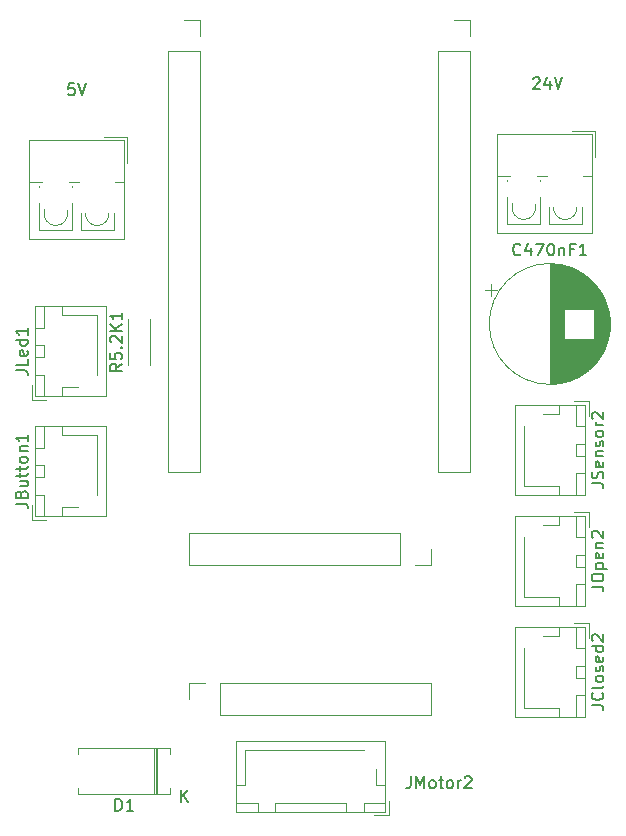
<source format=gto>
%TF.GenerationSoftware,KiCad,Pcbnew,(5.1.10-1-10_14)*%
%TF.CreationDate,2021-12-20T14:54:58-05:00*%
%TF.ProjectId,SmartLock,536d6172-744c-46f6-936b-2e6b69636164,rev?*%
%TF.SameCoordinates,Original*%
%TF.FileFunction,Legend,Top*%
%TF.FilePolarity,Positive*%
%FSLAX46Y46*%
G04 Gerber Fmt 4.6, Leading zero omitted, Abs format (unit mm)*
G04 Created by KiCad (PCBNEW (5.1.10-1-10_14)) date 2021-12-20 14:54:58*
%MOMM*%
%LPD*%
G01*
G04 APERTURE LIST*
%ADD10C,0.120000*%
%ADD11C,0.150000*%
%ADD12O,2.400000X2.400000*%
%ADD13R,2.400000X2.400000*%
%ADD14C,2.000000*%
%ADD15R,2.000000X2.000000*%
%ADD16C,1.200000*%
%ADD17O,2.000000X1.700000*%
%ADD18O,1.700000X1.950000*%
%ADD19O,1.700000X1.700000*%
%ADD20R,1.700000X1.700000*%
%ADD21O,1.400000X1.400000*%
%ADD22C,1.400000*%
%ADD23C,2.600000*%
%ADD24R,2.600000X2.600000*%
G04 APERTURE END LIST*
D10*
X111870000Y-119296000D02*
X111870000Y-119776000D01*
X111870000Y-119776000D02*
X104030000Y-119776000D01*
X104030000Y-119776000D02*
X104030000Y-119296000D01*
X111870000Y-116416000D02*
X111870000Y-115936000D01*
X111870000Y-115936000D02*
X104030000Y-115936000D01*
X104030000Y-115936000D02*
X104030000Y-116416000D01*
X110610000Y-119776000D02*
X110610000Y-115936000D01*
X110490000Y-119776000D02*
X110490000Y-115936000D01*
X110730000Y-119776000D02*
X110730000Y-115936000D01*
X149098000Y-80010000D02*
G75*
G03*
X149098000Y-80010000I-5120000J0D01*
G01*
X143978000Y-74930000D02*
X143978000Y-85090000D01*
X144018000Y-74930000D02*
X144018000Y-85090000D01*
X144058000Y-74930000D02*
X144058000Y-85090000D01*
X144098000Y-74931000D02*
X144098000Y-85089000D01*
X144138000Y-74932000D02*
X144138000Y-85088000D01*
X144178000Y-74933000D02*
X144178000Y-85087000D01*
X144218000Y-74935000D02*
X144218000Y-85085000D01*
X144258000Y-74937000D02*
X144258000Y-85083000D01*
X144298000Y-74940000D02*
X144298000Y-85080000D01*
X144338000Y-74942000D02*
X144338000Y-85078000D01*
X144378000Y-74945000D02*
X144378000Y-85075000D01*
X144418000Y-74948000D02*
X144418000Y-85072000D01*
X144458000Y-74952000D02*
X144458000Y-85068000D01*
X144498000Y-74956000D02*
X144498000Y-85064000D01*
X144538000Y-74960000D02*
X144538000Y-85060000D01*
X144578000Y-74965000D02*
X144578000Y-85055000D01*
X144618000Y-74970000D02*
X144618000Y-85050000D01*
X144658000Y-74975000D02*
X144658000Y-85045000D01*
X144699000Y-74980000D02*
X144699000Y-85040000D01*
X144739000Y-74986000D02*
X144739000Y-85034000D01*
X144779000Y-74992000D02*
X144779000Y-85028000D01*
X144819000Y-74999000D02*
X144819000Y-85021000D01*
X144859000Y-75006000D02*
X144859000Y-85014000D01*
X144899000Y-75013000D02*
X144899000Y-85007000D01*
X144939000Y-75020000D02*
X144939000Y-85000000D01*
X144979000Y-75028000D02*
X144979000Y-84992000D01*
X145019000Y-75036000D02*
X145019000Y-84984000D01*
X145059000Y-75045000D02*
X145059000Y-84975000D01*
X145099000Y-75054000D02*
X145099000Y-84966000D01*
X145139000Y-75063000D02*
X145139000Y-84957000D01*
X145179000Y-75072000D02*
X145179000Y-84948000D01*
X145219000Y-75082000D02*
X145219000Y-84938000D01*
X145259000Y-75092000D02*
X145259000Y-78769000D01*
X145259000Y-81251000D02*
X145259000Y-84928000D01*
X145299000Y-75103000D02*
X145299000Y-78769000D01*
X145299000Y-81251000D02*
X145299000Y-84917000D01*
X145339000Y-75113000D02*
X145339000Y-78769000D01*
X145339000Y-81251000D02*
X145339000Y-84907000D01*
X145379000Y-75125000D02*
X145379000Y-78769000D01*
X145379000Y-81251000D02*
X145379000Y-84895000D01*
X145419000Y-75136000D02*
X145419000Y-78769000D01*
X145419000Y-81251000D02*
X145419000Y-84884000D01*
X145459000Y-75148000D02*
X145459000Y-78769000D01*
X145459000Y-81251000D02*
X145459000Y-84872000D01*
X145499000Y-75160000D02*
X145499000Y-78769000D01*
X145499000Y-81251000D02*
X145499000Y-84860000D01*
X145539000Y-75173000D02*
X145539000Y-78769000D01*
X145539000Y-81251000D02*
X145539000Y-84847000D01*
X145579000Y-75186000D02*
X145579000Y-78769000D01*
X145579000Y-81251000D02*
X145579000Y-84834000D01*
X145619000Y-75199000D02*
X145619000Y-78769000D01*
X145619000Y-81251000D02*
X145619000Y-84821000D01*
X145659000Y-75213000D02*
X145659000Y-78769000D01*
X145659000Y-81251000D02*
X145659000Y-84807000D01*
X145699000Y-75227000D02*
X145699000Y-78769000D01*
X145699000Y-81251000D02*
X145699000Y-84793000D01*
X145739000Y-75242000D02*
X145739000Y-78769000D01*
X145739000Y-81251000D02*
X145739000Y-84778000D01*
X145779000Y-75256000D02*
X145779000Y-78769000D01*
X145779000Y-81251000D02*
X145779000Y-84764000D01*
X145819000Y-75272000D02*
X145819000Y-78769000D01*
X145819000Y-81251000D02*
X145819000Y-84748000D01*
X145859000Y-75287000D02*
X145859000Y-78769000D01*
X145859000Y-81251000D02*
X145859000Y-84733000D01*
X145899000Y-75303000D02*
X145899000Y-78769000D01*
X145899000Y-81251000D02*
X145899000Y-84717000D01*
X145939000Y-75320000D02*
X145939000Y-78769000D01*
X145939000Y-81251000D02*
X145939000Y-84700000D01*
X145979000Y-75336000D02*
X145979000Y-78769000D01*
X145979000Y-81251000D02*
X145979000Y-84684000D01*
X146019000Y-75353000D02*
X146019000Y-78769000D01*
X146019000Y-81251000D02*
X146019000Y-84667000D01*
X146059000Y-75371000D02*
X146059000Y-78769000D01*
X146059000Y-81251000D02*
X146059000Y-84649000D01*
X146099000Y-75389000D02*
X146099000Y-78769000D01*
X146099000Y-81251000D02*
X146099000Y-84631000D01*
X146139000Y-75407000D02*
X146139000Y-78769000D01*
X146139000Y-81251000D02*
X146139000Y-84613000D01*
X146179000Y-75426000D02*
X146179000Y-78769000D01*
X146179000Y-81251000D02*
X146179000Y-84594000D01*
X146219000Y-75446000D02*
X146219000Y-78769000D01*
X146219000Y-81251000D02*
X146219000Y-84574000D01*
X146259000Y-75465000D02*
X146259000Y-78769000D01*
X146259000Y-81251000D02*
X146259000Y-84555000D01*
X146299000Y-75485000D02*
X146299000Y-78769000D01*
X146299000Y-81251000D02*
X146299000Y-84535000D01*
X146339000Y-75506000D02*
X146339000Y-78769000D01*
X146339000Y-81251000D02*
X146339000Y-84514000D01*
X146379000Y-75527000D02*
X146379000Y-78769000D01*
X146379000Y-81251000D02*
X146379000Y-84493000D01*
X146419000Y-75548000D02*
X146419000Y-78769000D01*
X146419000Y-81251000D02*
X146419000Y-84472000D01*
X146459000Y-75570000D02*
X146459000Y-78769000D01*
X146459000Y-81251000D02*
X146459000Y-84450000D01*
X146499000Y-75593000D02*
X146499000Y-78769000D01*
X146499000Y-81251000D02*
X146499000Y-84427000D01*
X146539000Y-75615000D02*
X146539000Y-78769000D01*
X146539000Y-81251000D02*
X146539000Y-84405000D01*
X146579000Y-75639000D02*
X146579000Y-78769000D01*
X146579000Y-81251000D02*
X146579000Y-84381000D01*
X146619000Y-75663000D02*
X146619000Y-78769000D01*
X146619000Y-81251000D02*
X146619000Y-84357000D01*
X146659000Y-75687000D02*
X146659000Y-78769000D01*
X146659000Y-81251000D02*
X146659000Y-84333000D01*
X146699000Y-75712000D02*
X146699000Y-78769000D01*
X146699000Y-81251000D02*
X146699000Y-84308000D01*
X146739000Y-75737000D02*
X146739000Y-78769000D01*
X146739000Y-81251000D02*
X146739000Y-84283000D01*
X146779000Y-75763000D02*
X146779000Y-78769000D01*
X146779000Y-81251000D02*
X146779000Y-84257000D01*
X146819000Y-75789000D02*
X146819000Y-78769000D01*
X146819000Y-81251000D02*
X146819000Y-84231000D01*
X146859000Y-75816000D02*
X146859000Y-78769000D01*
X146859000Y-81251000D02*
X146859000Y-84204000D01*
X146899000Y-75844000D02*
X146899000Y-78769000D01*
X146899000Y-81251000D02*
X146899000Y-84176000D01*
X146939000Y-75872000D02*
X146939000Y-78769000D01*
X146939000Y-81251000D02*
X146939000Y-84148000D01*
X146979000Y-75900000D02*
X146979000Y-78769000D01*
X146979000Y-81251000D02*
X146979000Y-84120000D01*
X147019000Y-75930000D02*
X147019000Y-78769000D01*
X147019000Y-81251000D02*
X147019000Y-84090000D01*
X147059000Y-75960000D02*
X147059000Y-78769000D01*
X147059000Y-81251000D02*
X147059000Y-84060000D01*
X147099000Y-75990000D02*
X147099000Y-78769000D01*
X147099000Y-81251000D02*
X147099000Y-84030000D01*
X147139000Y-76021000D02*
X147139000Y-78769000D01*
X147139000Y-81251000D02*
X147139000Y-83999000D01*
X147179000Y-76053000D02*
X147179000Y-78769000D01*
X147179000Y-81251000D02*
X147179000Y-83967000D01*
X147219000Y-76085000D02*
X147219000Y-78769000D01*
X147219000Y-81251000D02*
X147219000Y-83935000D01*
X147259000Y-76118000D02*
X147259000Y-78769000D01*
X147259000Y-81251000D02*
X147259000Y-83902000D01*
X147299000Y-76152000D02*
X147299000Y-78769000D01*
X147299000Y-81251000D02*
X147299000Y-83868000D01*
X147339000Y-76186000D02*
X147339000Y-78769000D01*
X147339000Y-81251000D02*
X147339000Y-83834000D01*
X147379000Y-76221000D02*
X147379000Y-78769000D01*
X147379000Y-81251000D02*
X147379000Y-83799000D01*
X147419000Y-76257000D02*
X147419000Y-78769000D01*
X147419000Y-81251000D02*
X147419000Y-83763000D01*
X147459000Y-76294000D02*
X147459000Y-78769000D01*
X147459000Y-81251000D02*
X147459000Y-83726000D01*
X147499000Y-76331000D02*
X147499000Y-78769000D01*
X147499000Y-81251000D02*
X147499000Y-83689000D01*
X147539000Y-76370000D02*
X147539000Y-78769000D01*
X147539000Y-81251000D02*
X147539000Y-83650000D01*
X147579000Y-76409000D02*
X147579000Y-78769000D01*
X147579000Y-81251000D02*
X147579000Y-83611000D01*
X147619000Y-76449000D02*
X147619000Y-78769000D01*
X147619000Y-81251000D02*
X147619000Y-83571000D01*
X147659000Y-76490000D02*
X147659000Y-78769000D01*
X147659000Y-81251000D02*
X147659000Y-83530000D01*
X147699000Y-76532000D02*
X147699000Y-78769000D01*
X147699000Y-81251000D02*
X147699000Y-83488000D01*
X147739000Y-76574000D02*
X147739000Y-83446000D01*
X147779000Y-76618000D02*
X147779000Y-83402000D01*
X147819000Y-76663000D02*
X147819000Y-83357000D01*
X147859000Y-76709000D02*
X147859000Y-83311000D01*
X147899000Y-76756000D02*
X147899000Y-83264000D01*
X147939000Y-76804000D02*
X147939000Y-83216000D01*
X147979000Y-76854000D02*
X147979000Y-83166000D01*
X148019000Y-76904000D02*
X148019000Y-83116000D01*
X148059000Y-76956000D02*
X148059000Y-83064000D01*
X148099000Y-77010000D02*
X148099000Y-83010000D01*
X148139000Y-77065000D02*
X148139000Y-82955000D01*
X148179000Y-77121000D02*
X148179000Y-82899000D01*
X148219000Y-77180000D02*
X148219000Y-82840000D01*
X148259000Y-77240000D02*
X148259000Y-82780000D01*
X148299000Y-77301000D02*
X148299000Y-82719000D01*
X148339000Y-77365000D02*
X148339000Y-82655000D01*
X148379000Y-77431000D02*
X148379000Y-82589000D01*
X148419000Y-77500000D02*
X148419000Y-82520000D01*
X148459000Y-77571000D02*
X148459000Y-82449000D01*
X148499000Y-77645000D02*
X148499000Y-82375000D01*
X148539000Y-77721000D02*
X148539000Y-82299000D01*
X148579000Y-77801000D02*
X148579000Y-82219000D01*
X148619000Y-77885000D02*
X148619000Y-82135000D01*
X148659000Y-77973000D02*
X148659000Y-82047000D01*
X148699000Y-78066000D02*
X148699000Y-81954000D01*
X148739000Y-78164000D02*
X148739000Y-81856000D01*
X148779000Y-78268000D02*
X148779000Y-81752000D01*
X148819000Y-78380000D02*
X148819000Y-81640000D01*
X148859000Y-78500000D02*
X148859000Y-81520000D01*
X148899000Y-78632000D02*
X148899000Y-81388000D01*
X148939000Y-78780000D02*
X148939000Y-81240000D01*
X148979000Y-78948000D02*
X148979000Y-81072000D01*
X149019000Y-79148000D02*
X149019000Y-80872000D01*
X149059000Y-79411000D02*
X149059000Y-80609000D01*
X138498354Y-77135000D02*
X139498354Y-77135000D01*
X138998354Y-76635000D02*
X138998354Y-77635000D01*
X146986000Y-86848000D02*
X141016000Y-86848000D01*
X141016000Y-86848000D02*
X141016000Y-94468000D01*
X141016000Y-94468000D02*
X146986000Y-94468000D01*
X146986000Y-94468000D02*
X146986000Y-86848000D01*
X146976000Y-90158000D02*
X146226000Y-90158000D01*
X146226000Y-90158000D02*
X146226000Y-91158000D01*
X146226000Y-91158000D02*
X146976000Y-91158000D01*
X146976000Y-91158000D02*
X146976000Y-90158000D01*
X146976000Y-86858000D02*
X146226000Y-86858000D01*
X146226000Y-86858000D02*
X146226000Y-88658000D01*
X146226000Y-88658000D02*
X146976000Y-88658000D01*
X146976000Y-88658000D02*
X146976000Y-86858000D01*
X146976000Y-92658000D02*
X146226000Y-92658000D01*
X146226000Y-92658000D02*
X146226000Y-94458000D01*
X146226000Y-94458000D02*
X146976000Y-94458000D01*
X146976000Y-94458000D02*
X146976000Y-92658000D01*
X144726000Y-86858000D02*
X144726000Y-87608000D01*
X144726000Y-87608000D02*
X143386000Y-87608000D01*
X141776000Y-90658000D02*
X141776000Y-88668000D01*
X144726000Y-94458000D02*
X144726000Y-93708000D01*
X144726000Y-93708000D02*
X141776000Y-93708000D01*
X141776000Y-93708000D02*
X141776000Y-90658000D01*
X147276000Y-87808000D02*
X147276000Y-86558000D01*
X147276000Y-86558000D02*
X146026000Y-86558000D01*
X146986000Y-96246000D02*
X141016000Y-96246000D01*
X141016000Y-96246000D02*
X141016000Y-103866000D01*
X141016000Y-103866000D02*
X146986000Y-103866000D01*
X146986000Y-103866000D02*
X146986000Y-96246000D01*
X146976000Y-99556000D02*
X146226000Y-99556000D01*
X146226000Y-99556000D02*
X146226000Y-100556000D01*
X146226000Y-100556000D02*
X146976000Y-100556000D01*
X146976000Y-100556000D02*
X146976000Y-99556000D01*
X146976000Y-96256000D02*
X146226000Y-96256000D01*
X146226000Y-96256000D02*
X146226000Y-98056000D01*
X146226000Y-98056000D02*
X146976000Y-98056000D01*
X146976000Y-98056000D02*
X146976000Y-96256000D01*
X146976000Y-102056000D02*
X146226000Y-102056000D01*
X146226000Y-102056000D02*
X146226000Y-103856000D01*
X146226000Y-103856000D02*
X146976000Y-103856000D01*
X146976000Y-103856000D02*
X146976000Y-102056000D01*
X144726000Y-96256000D02*
X144726000Y-97006000D01*
X144726000Y-97006000D02*
X143386000Y-97006000D01*
X141776000Y-100056000D02*
X141776000Y-98066000D01*
X144726000Y-103856000D02*
X144726000Y-103106000D01*
X144726000Y-103106000D02*
X141776000Y-103106000D01*
X141776000Y-103106000D02*
X141776000Y-100056000D01*
X147276000Y-97206000D02*
X147276000Y-95956000D01*
X147276000Y-95956000D02*
X146026000Y-95956000D01*
X130068000Y-121332000D02*
X130068000Y-115362000D01*
X130068000Y-115362000D02*
X117448000Y-115362000D01*
X117448000Y-115362000D02*
X117448000Y-121332000D01*
X117448000Y-121332000D02*
X130068000Y-121332000D01*
X126758000Y-121322000D02*
X126758000Y-120572000D01*
X126758000Y-120572000D02*
X120758000Y-120572000D01*
X120758000Y-120572000D02*
X120758000Y-121322000D01*
X120758000Y-121322000D02*
X126758000Y-121322000D01*
X130058000Y-121322000D02*
X130058000Y-120572000D01*
X130058000Y-120572000D02*
X128258000Y-120572000D01*
X128258000Y-120572000D02*
X128258000Y-121322000D01*
X128258000Y-121322000D02*
X130058000Y-121322000D01*
X119258000Y-121322000D02*
X119258000Y-120572000D01*
X119258000Y-120572000D02*
X117458000Y-120572000D01*
X117458000Y-120572000D02*
X117458000Y-121322000D01*
X117458000Y-121322000D02*
X119258000Y-121322000D01*
X130058000Y-119072000D02*
X129308000Y-119072000D01*
X129308000Y-119072000D02*
X129308000Y-117732000D01*
X123758000Y-116122000D02*
X128248000Y-116122000D01*
X117458000Y-119072000D02*
X118208000Y-119072000D01*
X118208000Y-119072000D02*
X118208000Y-116122000D01*
X118208000Y-116122000D02*
X123758000Y-116122000D01*
X129108000Y-121622000D02*
X130358000Y-121622000D01*
X130358000Y-121622000D02*
X130358000Y-120372000D01*
X146986000Y-105644000D02*
X141016000Y-105644000D01*
X141016000Y-105644000D02*
X141016000Y-113264000D01*
X141016000Y-113264000D02*
X146986000Y-113264000D01*
X146986000Y-113264000D02*
X146986000Y-105644000D01*
X146976000Y-108954000D02*
X146226000Y-108954000D01*
X146226000Y-108954000D02*
X146226000Y-109954000D01*
X146226000Y-109954000D02*
X146976000Y-109954000D01*
X146976000Y-109954000D02*
X146976000Y-108954000D01*
X146976000Y-105654000D02*
X146226000Y-105654000D01*
X146226000Y-105654000D02*
X146226000Y-107454000D01*
X146226000Y-107454000D02*
X146976000Y-107454000D01*
X146976000Y-107454000D02*
X146976000Y-105654000D01*
X146976000Y-111454000D02*
X146226000Y-111454000D01*
X146226000Y-111454000D02*
X146226000Y-113254000D01*
X146226000Y-113254000D02*
X146976000Y-113254000D01*
X146976000Y-113254000D02*
X146976000Y-111454000D01*
X144726000Y-105654000D02*
X144726000Y-106404000D01*
X144726000Y-106404000D02*
X143386000Y-106404000D01*
X141776000Y-109454000D02*
X141776000Y-107464000D01*
X144726000Y-113254000D02*
X144726000Y-112504000D01*
X144726000Y-112504000D02*
X141776000Y-112504000D01*
X141776000Y-112504000D02*
X141776000Y-109454000D01*
X147276000Y-106604000D02*
X147276000Y-105354000D01*
X147276000Y-105354000D02*
X146026000Y-105354000D01*
X116078000Y-113090000D02*
X116078000Y-110430000D01*
X116078000Y-113090000D02*
X133918000Y-113090000D01*
X133918000Y-113090000D02*
X133918000Y-110430000D01*
X116078000Y-110430000D02*
X133918000Y-110430000D01*
X113478000Y-110430000D02*
X114808000Y-110430000D01*
X113478000Y-111760000D02*
X113478000Y-110430000D01*
X131318000Y-97730000D02*
X131318000Y-100390000D01*
X131318000Y-97730000D02*
X113478000Y-97730000D01*
X113478000Y-97730000D02*
X113478000Y-100390000D01*
X131318000Y-100390000D02*
X113478000Y-100390000D01*
X133918000Y-100390000D02*
X132588000Y-100390000D01*
X133918000Y-99060000D02*
X133918000Y-100390000D01*
X111700000Y-56896000D02*
X114360000Y-56896000D01*
X111700000Y-56896000D02*
X111700000Y-92516000D01*
X111700000Y-92516000D02*
X114360000Y-92516000D01*
X114360000Y-56896000D02*
X114360000Y-92516000D01*
X114360000Y-54296000D02*
X114360000Y-55626000D01*
X113030000Y-54296000D02*
X114360000Y-54296000D01*
X134560000Y-56896000D02*
X137220000Y-56896000D01*
X134560000Y-56896000D02*
X134560000Y-92516000D01*
X134560000Y-92516000D02*
X137220000Y-92516000D01*
X137220000Y-56896000D02*
X137220000Y-92516000D01*
X137220000Y-54296000D02*
X137220000Y-55626000D01*
X135890000Y-54296000D02*
X137220000Y-54296000D01*
X108300000Y-83454000D02*
X108300000Y-79614000D01*
X110140000Y-83454000D02*
X110140000Y-79614000D01*
X100410000Y-96286000D02*
X106380000Y-96286000D01*
X106380000Y-96286000D02*
X106380000Y-88666000D01*
X106380000Y-88666000D02*
X100410000Y-88666000D01*
X100410000Y-88666000D02*
X100410000Y-96286000D01*
X100420000Y-92976000D02*
X101170000Y-92976000D01*
X101170000Y-92976000D02*
X101170000Y-91976000D01*
X101170000Y-91976000D02*
X100420000Y-91976000D01*
X100420000Y-91976000D02*
X100420000Y-92976000D01*
X100420000Y-96276000D02*
X101170000Y-96276000D01*
X101170000Y-96276000D02*
X101170000Y-94476000D01*
X101170000Y-94476000D02*
X100420000Y-94476000D01*
X100420000Y-94476000D02*
X100420000Y-96276000D01*
X100420000Y-90476000D02*
X101170000Y-90476000D01*
X101170000Y-90476000D02*
X101170000Y-88676000D01*
X101170000Y-88676000D02*
X100420000Y-88676000D01*
X100420000Y-88676000D02*
X100420000Y-90476000D01*
X102670000Y-96276000D02*
X102670000Y-95526000D01*
X102670000Y-95526000D02*
X104010000Y-95526000D01*
X105620000Y-92476000D02*
X105620000Y-94466000D01*
X102670000Y-88676000D02*
X102670000Y-89426000D01*
X102670000Y-89426000D02*
X105620000Y-89426000D01*
X105620000Y-89426000D02*
X105620000Y-92476000D01*
X100120000Y-95326000D02*
X100120000Y-96576000D01*
X100120000Y-96576000D02*
X101370000Y-96576000D01*
X147598000Y-67479000D02*
X146828000Y-67479000D01*
X143748000Y-67479000D02*
X142921000Y-67479000D01*
X140654000Y-67479000D02*
X139478000Y-67479000D01*
X147598000Y-72340000D02*
X139478000Y-72340000D01*
X147598000Y-63920000D02*
X139478000Y-63920000D01*
X147598000Y-72340000D02*
X147598000Y-63920000D01*
X139478000Y-72340000D02*
X139478000Y-63920000D01*
X146688000Y-71580000D02*
X143888000Y-71580000D01*
X146688000Y-71580000D02*
X146688000Y-70120000D01*
X143888000Y-71580000D02*
X143888000Y-70120000D01*
X143188000Y-71580000D02*
X140388000Y-71580000D01*
X143188000Y-67830000D02*
X143187000Y-67830000D01*
X140388000Y-67830000D02*
X140388000Y-67830000D01*
X143188000Y-71580000D02*
X143188000Y-69269000D01*
X143188000Y-67891000D02*
X143188000Y-67830000D01*
X140388000Y-71580000D02*
X140388000Y-69269000D01*
X140388000Y-67891000D02*
X140388000Y-67830000D01*
X147838000Y-65920000D02*
X147838000Y-63680000D01*
X147838000Y-63680000D02*
X145838000Y-63680000D01*
X142727915Y-69837767D02*
G75*
G02*
X140848000Y-69838000I-939915J-342233D01*
G01*
X146285890Y-70109434D02*
G75*
G02*
X144290000Y-70111000I-997890J-70566D01*
G01*
X100410000Y-86126000D02*
X106380000Y-86126000D01*
X106380000Y-86126000D02*
X106380000Y-78506000D01*
X106380000Y-78506000D02*
X100410000Y-78506000D01*
X100410000Y-78506000D02*
X100410000Y-86126000D01*
X100420000Y-82816000D02*
X101170000Y-82816000D01*
X101170000Y-82816000D02*
X101170000Y-81816000D01*
X101170000Y-81816000D02*
X100420000Y-81816000D01*
X100420000Y-81816000D02*
X100420000Y-82816000D01*
X100420000Y-86116000D02*
X101170000Y-86116000D01*
X101170000Y-86116000D02*
X101170000Y-84316000D01*
X101170000Y-84316000D02*
X100420000Y-84316000D01*
X100420000Y-84316000D02*
X100420000Y-86116000D01*
X100420000Y-80316000D02*
X101170000Y-80316000D01*
X101170000Y-80316000D02*
X101170000Y-78516000D01*
X101170000Y-78516000D02*
X100420000Y-78516000D01*
X100420000Y-78516000D02*
X100420000Y-80316000D01*
X102670000Y-86116000D02*
X102670000Y-85366000D01*
X102670000Y-85366000D02*
X104010000Y-85366000D01*
X105620000Y-82316000D02*
X105620000Y-84306000D01*
X102670000Y-78516000D02*
X102670000Y-79266000D01*
X102670000Y-79266000D02*
X105620000Y-79266000D01*
X105620000Y-79266000D02*
X105620000Y-82316000D01*
X100120000Y-85166000D02*
X100120000Y-86416000D01*
X100120000Y-86416000D02*
X101370000Y-86416000D01*
X108214000Y-64188000D02*
X106214000Y-64188000D01*
X108214000Y-66428000D02*
X108214000Y-64188000D01*
X100764000Y-68399000D02*
X100764000Y-68338000D01*
X100764000Y-72088000D02*
X100764000Y-69777000D01*
X103564000Y-68399000D02*
X103564000Y-68338000D01*
X103564000Y-72088000D02*
X103564000Y-69777000D01*
X100764000Y-68338000D02*
X100764000Y-68338000D01*
X103564000Y-68338000D02*
X103563000Y-68338000D01*
X103564000Y-72088000D02*
X100764000Y-72088000D01*
X104264000Y-72088000D02*
X104264000Y-70628000D01*
X107064000Y-72088000D02*
X107064000Y-70628000D01*
X107064000Y-72088000D02*
X104264000Y-72088000D01*
X99854000Y-72848000D02*
X99854000Y-64428000D01*
X107974000Y-72848000D02*
X107974000Y-64428000D01*
X107974000Y-64428000D02*
X99854000Y-64428000D01*
X107974000Y-72848000D02*
X99854000Y-72848000D01*
X101030000Y-67987000D02*
X99854000Y-67987000D01*
X104124000Y-67987000D02*
X103297000Y-67987000D01*
X107974000Y-67987000D02*
X107204000Y-67987000D01*
X103103915Y-70345767D02*
G75*
G02*
X101224000Y-70346000I-939915J-342233D01*
G01*
X106661890Y-70617434D02*
G75*
G02*
X104666000Y-70619000I-997890J-70566D01*
G01*
D11*
X107211904Y-121228380D02*
X107211904Y-120228380D01*
X107450000Y-120228380D01*
X107592857Y-120276000D01*
X107688095Y-120371238D01*
X107735714Y-120466476D01*
X107783333Y-120656952D01*
X107783333Y-120799809D01*
X107735714Y-120990285D01*
X107688095Y-121085523D01*
X107592857Y-121180761D01*
X107450000Y-121228380D01*
X107211904Y-121228380D01*
X108735714Y-121228380D02*
X108164285Y-121228380D01*
X108450000Y-121228380D02*
X108450000Y-120228380D01*
X108354761Y-120371238D01*
X108259523Y-120466476D01*
X108164285Y-120514095D01*
X112768095Y-120508380D02*
X112768095Y-119508380D01*
X113339523Y-120508380D02*
X112910952Y-119936952D01*
X113339523Y-119508380D02*
X112768095Y-120079809D01*
X141501809Y-74117142D02*
X141454190Y-74164761D01*
X141311333Y-74212380D01*
X141216095Y-74212380D01*
X141073238Y-74164761D01*
X140978000Y-74069523D01*
X140930380Y-73974285D01*
X140882761Y-73783809D01*
X140882761Y-73640952D01*
X140930380Y-73450476D01*
X140978000Y-73355238D01*
X141073238Y-73260000D01*
X141216095Y-73212380D01*
X141311333Y-73212380D01*
X141454190Y-73260000D01*
X141501809Y-73307619D01*
X142358952Y-73545714D02*
X142358952Y-74212380D01*
X142120857Y-73164761D02*
X141882761Y-73879047D01*
X142501809Y-73879047D01*
X142787523Y-73212380D02*
X143454190Y-73212380D01*
X143025619Y-74212380D01*
X144025619Y-73212380D02*
X144120857Y-73212380D01*
X144216095Y-73260000D01*
X144263714Y-73307619D01*
X144311333Y-73402857D01*
X144358952Y-73593333D01*
X144358952Y-73831428D01*
X144311333Y-74021904D01*
X144263714Y-74117142D01*
X144216095Y-74164761D01*
X144120857Y-74212380D01*
X144025619Y-74212380D01*
X143930380Y-74164761D01*
X143882761Y-74117142D01*
X143835142Y-74021904D01*
X143787523Y-73831428D01*
X143787523Y-73593333D01*
X143835142Y-73402857D01*
X143882761Y-73307619D01*
X143930380Y-73260000D01*
X144025619Y-73212380D01*
X144787523Y-73545714D02*
X144787523Y-74212380D01*
X144787523Y-73640952D02*
X144835142Y-73593333D01*
X144930380Y-73545714D01*
X145073238Y-73545714D01*
X145168476Y-73593333D01*
X145216095Y-73688571D01*
X145216095Y-74212380D01*
X146025619Y-73688571D02*
X145692285Y-73688571D01*
X145692285Y-74212380D02*
X145692285Y-73212380D01*
X146168476Y-73212380D01*
X147073238Y-74212380D02*
X146501809Y-74212380D01*
X146787523Y-74212380D02*
X146787523Y-73212380D01*
X146692285Y-73355238D01*
X146597047Y-73450476D01*
X146501809Y-73498095D01*
X147528380Y-93515142D02*
X148242666Y-93515142D01*
X148385523Y-93562761D01*
X148480761Y-93658000D01*
X148528380Y-93800857D01*
X148528380Y-93896095D01*
X148480761Y-93086571D02*
X148528380Y-92943714D01*
X148528380Y-92705619D01*
X148480761Y-92610380D01*
X148433142Y-92562761D01*
X148337904Y-92515142D01*
X148242666Y-92515142D01*
X148147428Y-92562761D01*
X148099809Y-92610380D01*
X148052190Y-92705619D01*
X148004571Y-92896095D01*
X147956952Y-92991333D01*
X147909333Y-93038952D01*
X147814095Y-93086571D01*
X147718857Y-93086571D01*
X147623619Y-93038952D01*
X147576000Y-92991333D01*
X147528380Y-92896095D01*
X147528380Y-92658000D01*
X147576000Y-92515142D01*
X148480761Y-91705619D02*
X148528380Y-91800857D01*
X148528380Y-91991333D01*
X148480761Y-92086571D01*
X148385523Y-92134190D01*
X148004571Y-92134190D01*
X147909333Y-92086571D01*
X147861714Y-91991333D01*
X147861714Y-91800857D01*
X147909333Y-91705619D01*
X148004571Y-91658000D01*
X148099809Y-91658000D01*
X148195047Y-92134190D01*
X147861714Y-91229428D02*
X148528380Y-91229428D01*
X147956952Y-91229428D02*
X147909333Y-91181809D01*
X147861714Y-91086571D01*
X147861714Y-90943714D01*
X147909333Y-90848476D01*
X148004571Y-90800857D01*
X148528380Y-90800857D01*
X148480761Y-90372285D02*
X148528380Y-90277047D01*
X148528380Y-90086571D01*
X148480761Y-89991333D01*
X148385523Y-89943714D01*
X148337904Y-89943714D01*
X148242666Y-89991333D01*
X148195047Y-90086571D01*
X148195047Y-90229428D01*
X148147428Y-90324666D01*
X148052190Y-90372285D01*
X148004571Y-90372285D01*
X147909333Y-90324666D01*
X147861714Y-90229428D01*
X147861714Y-90086571D01*
X147909333Y-89991333D01*
X148528380Y-89372285D02*
X148480761Y-89467523D01*
X148433142Y-89515142D01*
X148337904Y-89562761D01*
X148052190Y-89562761D01*
X147956952Y-89515142D01*
X147909333Y-89467523D01*
X147861714Y-89372285D01*
X147861714Y-89229428D01*
X147909333Y-89134190D01*
X147956952Y-89086571D01*
X148052190Y-89038952D01*
X148337904Y-89038952D01*
X148433142Y-89086571D01*
X148480761Y-89134190D01*
X148528380Y-89229428D01*
X148528380Y-89372285D01*
X148528380Y-88610380D02*
X147861714Y-88610380D01*
X148052190Y-88610380D02*
X147956952Y-88562761D01*
X147909333Y-88515142D01*
X147861714Y-88419904D01*
X147861714Y-88324666D01*
X147623619Y-88038952D02*
X147576000Y-87991333D01*
X147528380Y-87896095D01*
X147528380Y-87658000D01*
X147576000Y-87562761D01*
X147623619Y-87515142D01*
X147718857Y-87467523D01*
X147814095Y-87467523D01*
X147956952Y-87515142D01*
X148528380Y-88086571D01*
X148528380Y-87467523D01*
X147528380Y-102246476D02*
X148242666Y-102246476D01*
X148385523Y-102294095D01*
X148480761Y-102389333D01*
X148528380Y-102532190D01*
X148528380Y-102627428D01*
X147528380Y-101579809D02*
X147528380Y-101389333D01*
X147576000Y-101294095D01*
X147671238Y-101198857D01*
X147861714Y-101151238D01*
X148195047Y-101151238D01*
X148385523Y-101198857D01*
X148480761Y-101294095D01*
X148528380Y-101389333D01*
X148528380Y-101579809D01*
X148480761Y-101675047D01*
X148385523Y-101770285D01*
X148195047Y-101817904D01*
X147861714Y-101817904D01*
X147671238Y-101770285D01*
X147576000Y-101675047D01*
X147528380Y-101579809D01*
X147861714Y-100722666D02*
X148861714Y-100722666D01*
X147909333Y-100722666D02*
X147861714Y-100627428D01*
X147861714Y-100436952D01*
X147909333Y-100341714D01*
X147956952Y-100294095D01*
X148052190Y-100246476D01*
X148337904Y-100246476D01*
X148433142Y-100294095D01*
X148480761Y-100341714D01*
X148528380Y-100436952D01*
X148528380Y-100627428D01*
X148480761Y-100722666D01*
X148480761Y-99436952D02*
X148528380Y-99532190D01*
X148528380Y-99722666D01*
X148480761Y-99817904D01*
X148385523Y-99865523D01*
X148004571Y-99865523D01*
X147909333Y-99817904D01*
X147861714Y-99722666D01*
X147861714Y-99532190D01*
X147909333Y-99436952D01*
X148004571Y-99389333D01*
X148099809Y-99389333D01*
X148195047Y-99865523D01*
X147861714Y-98960761D02*
X148528380Y-98960761D01*
X147956952Y-98960761D02*
X147909333Y-98913142D01*
X147861714Y-98817904D01*
X147861714Y-98675047D01*
X147909333Y-98579809D01*
X148004571Y-98532190D01*
X148528380Y-98532190D01*
X147623619Y-98103619D02*
X147576000Y-98056000D01*
X147528380Y-97960761D01*
X147528380Y-97722666D01*
X147576000Y-97627428D01*
X147623619Y-97579809D01*
X147718857Y-97532190D01*
X147814095Y-97532190D01*
X147956952Y-97579809D01*
X148528380Y-98151238D01*
X148528380Y-97532190D01*
X132215238Y-118324380D02*
X132215238Y-119038666D01*
X132167619Y-119181523D01*
X132072380Y-119276761D01*
X131929523Y-119324380D01*
X131834285Y-119324380D01*
X132691428Y-119324380D02*
X132691428Y-118324380D01*
X133024761Y-119038666D01*
X133358095Y-118324380D01*
X133358095Y-119324380D01*
X133977142Y-119324380D02*
X133881904Y-119276761D01*
X133834285Y-119229142D01*
X133786666Y-119133904D01*
X133786666Y-118848190D01*
X133834285Y-118752952D01*
X133881904Y-118705333D01*
X133977142Y-118657714D01*
X134120000Y-118657714D01*
X134215238Y-118705333D01*
X134262857Y-118752952D01*
X134310476Y-118848190D01*
X134310476Y-119133904D01*
X134262857Y-119229142D01*
X134215238Y-119276761D01*
X134120000Y-119324380D01*
X133977142Y-119324380D01*
X134596190Y-118657714D02*
X134977142Y-118657714D01*
X134739047Y-118324380D02*
X134739047Y-119181523D01*
X134786666Y-119276761D01*
X134881904Y-119324380D01*
X134977142Y-119324380D01*
X135453333Y-119324380D02*
X135358095Y-119276761D01*
X135310476Y-119229142D01*
X135262857Y-119133904D01*
X135262857Y-118848190D01*
X135310476Y-118752952D01*
X135358095Y-118705333D01*
X135453333Y-118657714D01*
X135596190Y-118657714D01*
X135691428Y-118705333D01*
X135739047Y-118752952D01*
X135786666Y-118848190D01*
X135786666Y-119133904D01*
X135739047Y-119229142D01*
X135691428Y-119276761D01*
X135596190Y-119324380D01*
X135453333Y-119324380D01*
X136215238Y-119324380D02*
X136215238Y-118657714D01*
X136215238Y-118848190D02*
X136262857Y-118752952D01*
X136310476Y-118705333D01*
X136405714Y-118657714D01*
X136500952Y-118657714D01*
X136786666Y-118419619D02*
X136834285Y-118372000D01*
X136929523Y-118324380D01*
X137167619Y-118324380D01*
X137262857Y-118372000D01*
X137310476Y-118419619D01*
X137358095Y-118514857D01*
X137358095Y-118610095D01*
X137310476Y-118752952D01*
X136739047Y-119324380D01*
X137358095Y-119324380D01*
X147528380Y-112287333D02*
X148242666Y-112287333D01*
X148385523Y-112334952D01*
X148480761Y-112430190D01*
X148528380Y-112573047D01*
X148528380Y-112668285D01*
X148433142Y-111239714D02*
X148480761Y-111287333D01*
X148528380Y-111430190D01*
X148528380Y-111525428D01*
X148480761Y-111668285D01*
X148385523Y-111763523D01*
X148290285Y-111811142D01*
X148099809Y-111858761D01*
X147956952Y-111858761D01*
X147766476Y-111811142D01*
X147671238Y-111763523D01*
X147576000Y-111668285D01*
X147528380Y-111525428D01*
X147528380Y-111430190D01*
X147576000Y-111287333D01*
X147623619Y-111239714D01*
X148528380Y-110668285D02*
X148480761Y-110763523D01*
X148385523Y-110811142D01*
X147528380Y-110811142D01*
X148528380Y-110144476D02*
X148480761Y-110239714D01*
X148433142Y-110287333D01*
X148337904Y-110334952D01*
X148052190Y-110334952D01*
X147956952Y-110287333D01*
X147909333Y-110239714D01*
X147861714Y-110144476D01*
X147861714Y-110001619D01*
X147909333Y-109906380D01*
X147956952Y-109858761D01*
X148052190Y-109811142D01*
X148337904Y-109811142D01*
X148433142Y-109858761D01*
X148480761Y-109906380D01*
X148528380Y-110001619D01*
X148528380Y-110144476D01*
X148480761Y-109430190D02*
X148528380Y-109334952D01*
X148528380Y-109144476D01*
X148480761Y-109049238D01*
X148385523Y-109001619D01*
X148337904Y-109001619D01*
X148242666Y-109049238D01*
X148195047Y-109144476D01*
X148195047Y-109287333D01*
X148147428Y-109382571D01*
X148052190Y-109430190D01*
X148004571Y-109430190D01*
X147909333Y-109382571D01*
X147861714Y-109287333D01*
X147861714Y-109144476D01*
X147909333Y-109049238D01*
X148480761Y-108192095D02*
X148528380Y-108287333D01*
X148528380Y-108477809D01*
X148480761Y-108573047D01*
X148385523Y-108620666D01*
X148004571Y-108620666D01*
X147909333Y-108573047D01*
X147861714Y-108477809D01*
X147861714Y-108287333D01*
X147909333Y-108192095D01*
X148004571Y-108144476D01*
X148099809Y-108144476D01*
X148195047Y-108620666D01*
X148528380Y-107287333D02*
X147528380Y-107287333D01*
X148480761Y-107287333D02*
X148528380Y-107382571D01*
X148528380Y-107573047D01*
X148480761Y-107668285D01*
X148433142Y-107715904D01*
X148337904Y-107763523D01*
X148052190Y-107763523D01*
X147956952Y-107715904D01*
X147909333Y-107668285D01*
X147861714Y-107573047D01*
X147861714Y-107382571D01*
X147909333Y-107287333D01*
X147623619Y-106858761D02*
X147576000Y-106811142D01*
X147528380Y-106715904D01*
X147528380Y-106477809D01*
X147576000Y-106382571D01*
X147623619Y-106334952D01*
X147718857Y-106287333D01*
X147814095Y-106287333D01*
X147956952Y-106334952D01*
X148528380Y-106906380D01*
X148528380Y-106287333D01*
X107752380Y-83391142D02*
X107276190Y-83724476D01*
X107752380Y-83962571D02*
X106752380Y-83962571D01*
X106752380Y-83581619D01*
X106800000Y-83486380D01*
X106847619Y-83438761D01*
X106942857Y-83391142D01*
X107085714Y-83391142D01*
X107180952Y-83438761D01*
X107228571Y-83486380D01*
X107276190Y-83581619D01*
X107276190Y-83962571D01*
X106752380Y-82486380D02*
X106752380Y-82962571D01*
X107228571Y-83010190D01*
X107180952Y-82962571D01*
X107133333Y-82867333D01*
X107133333Y-82629238D01*
X107180952Y-82534000D01*
X107228571Y-82486380D01*
X107323809Y-82438761D01*
X107561904Y-82438761D01*
X107657142Y-82486380D01*
X107704761Y-82534000D01*
X107752380Y-82629238D01*
X107752380Y-82867333D01*
X107704761Y-82962571D01*
X107657142Y-83010190D01*
X107657142Y-82010190D02*
X107704761Y-81962571D01*
X107752380Y-82010190D01*
X107704761Y-82057809D01*
X107657142Y-82010190D01*
X107752380Y-82010190D01*
X106847619Y-81581619D02*
X106800000Y-81534000D01*
X106752380Y-81438761D01*
X106752380Y-81200666D01*
X106800000Y-81105428D01*
X106847619Y-81057809D01*
X106942857Y-81010190D01*
X107038095Y-81010190D01*
X107180952Y-81057809D01*
X107752380Y-81629238D01*
X107752380Y-81010190D01*
X107752380Y-80581619D02*
X106752380Y-80581619D01*
X107752380Y-80010190D02*
X107180952Y-80438761D01*
X106752380Y-80010190D02*
X107323809Y-80581619D01*
X107752380Y-79057809D02*
X107752380Y-79629238D01*
X107752380Y-79343523D02*
X106752380Y-79343523D01*
X106895238Y-79438761D01*
X106990476Y-79534000D01*
X107038095Y-79629238D01*
X98772380Y-95237904D02*
X99486666Y-95237904D01*
X99629523Y-95285523D01*
X99724761Y-95380761D01*
X99772380Y-95523619D01*
X99772380Y-95618857D01*
X99248571Y-94428380D02*
X99296190Y-94285523D01*
X99343809Y-94237904D01*
X99439047Y-94190285D01*
X99581904Y-94190285D01*
X99677142Y-94237904D01*
X99724761Y-94285523D01*
X99772380Y-94380761D01*
X99772380Y-94761714D01*
X98772380Y-94761714D01*
X98772380Y-94428380D01*
X98820000Y-94333142D01*
X98867619Y-94285523D01*
X98962857Y-94237904D01*
X99058095Y-94237904D01*
X99153333Y-94285523D01*
X99200952Y-94333142D01*
X99248571Y-94428380D01*
X99248571Y-94761714D01*
X99105714Y-93333142D02*
X99772380Y-93333142D01*
X99105714Y-93761714D02*
X99629523Y-93761714D01*
X99724761Y-93714095D01*
X99772380Y-93618857D01*
X99772380Y-93476000D01*
X99724761Y-93380761D01*
X99677142Y-93333142D01*
X99105714Y-92999809D02*
X99105714Y-92618857D01*
X98772380Y-92856952D02*
X99629523Y-92856952D01*
X99724761Y-92809333D01*
X99772380Y-92714095D01*
X99772380Y-92618857D01*
X99105714Y-92428380D02*
X99105714Y-92047428D01*
X98772380Y-92285523D02*
X99629523Y-92285523D01*
X99724761Y-92237904D01*
X99772380Y-92142666D01*
X99772380Y-92047428D01*
X99772380Y-91571238D02*
X99724761Y-91666476D01*
X99677142Y-91714095D01*
X99581904Y-91761714D01*
X99296190Y-91761714D01*
X99200952Y-91714095D01*
X99153333Y-91666476D01*
X99105714Y-91571238D01*
X99105714Y-91428380D01*
X99153333Y-91333142D01*
X99200952Y-91285523D01*
X99296190Y-91237904D01*
X99581904Y-91237904D01*
X99677142Y-91285523D01*
X99724761Y-91333142D01*
X99772380Y-91428380D01*
X99772380Y-91571238D01*
X99105714Y-90809333D02*
X99772380Y-90809333D01*
X99200952Y-90809333D02*
X99153333Y-90761714D01*
X99105714Y-90666476D01*
X99105714Y-90523619D01*
X99153333Y-90428380D01*
X99248571Y-90380761D01*
X99772380Y-90380761D01*
X99772380Y-89380761D02*
X99772380Y-89952190D01*
X99772380Y-89666476D02*
X98772380Y-89666476D01*
X98915238Y-89761714D01*
X99010476Y-89856952D01*
X99058095Y-89952190D01*
X142573523Y-59237619D02*
X142621142Y-59190000D01*
X142716380Y-59142380D01*
X142954476Y-59142380D01*
X143049714Y-59190000D01*
X143097333Y-59237619D01*
X143144952Y-59332857D01*
X143144952Y-59428095D01*
X143097333Y-59570952D01*
X142525904Y-60142380D01*
X143144952Y-60142380D01*
X144002095Y-59475714D02*
X144002095Y-60142380D01*
X143764000Y-59094761D02*
X143525904Y-59809047D01*
X144144952Y-59809047D01*
X144383047Y-59142380D02*
X144716380Y-60142380D01*
X145049714Y-59142380D01*
X98772380Y-83935047D02*
X99486666Y-83935047D01*
X99629523Y-83982666D01*
X99724761Y-84077904D01*
X99772380Y-84220761D01*
X99772380Y-84316000D01*
X99772380Y-82982666D02*
X99772380Y-83458857D01*
X98772380Y-83458857D01*
X99724761Y-82268380D02*
X99772380Y-82363619D01*
X99772380Y-82554095D01*
X99724761Y-82649333D01*
X99629523Y-82696952D01*
X99248571Y-82696952D01*
X99153333Y-82649333D01*
X99105714Y-82554095D01*
X99105714Y-82363619D01*
X99153333Y-82268380D01*
X99248571Y-82220761D01*
X99343809Y-82220761D01*
X99439047Y-82696952D01*
X99772380Y-81363619D02*
X98772380Y-81363619D01*
X99724761Y-81363619D02*
X99772380Y-81458857D01*
X99772380Y-81649333D01*
X99724761Y-81744571D01*
X99677142Y-81792190D01*
X99581904Y-81839809D01*
X99296190Y-81839809D01*
X99200952Y-81792190D01*
X99153333Y-81744571D01*
X99105714Y-81649333D01*
X99105714Y-81458857D01*
X99153333Y-81363619D01*
X99772380Y-80363619D02*
X99772380Y-80935047D01*
X99772380Y-80649333D02*
X98772380Y-80649333D01*
X98915238Y-80744571D01*
X99010476Y-80839809D01*
X99058095Y-80935047D01*
X103723523Y-59650380D02*
X103247333Y-59650380D01*
X103199714Y-60126571D01*
X103247333Y-60078952D01*
X103342571Y-60031333D01*
X103580666Y-60031333D01*
X103675904Y-60078952D01*
X103723523Y-60126571D01*
X103771142Y-60221809D01*
X103771142Y-60459904D01*
X103723523Y-60555142D01*
X103675904Y-60602761D01*
X103580666Y-60650380D01*
X103342571Y-60650380D01*
X103247333Y-60602761D01*
X103199714Y-60555142D01*
X104056857Y-59650380D02*
X104390190Y-60650380D01*
X104723523Y-59650380D01*
%LPC*%
D12*
X102870000Y-117856000D03*
D13*
X113030000Y-117856000D03*
D14*
X146478000Y-80010000D03*
D15*
X141478000Y-80010000D03*
D16*
X142526000Y-87808000D03*
D17*
X144526000Y-91908000D03*
G36*
G01*
X143776000Y-88558000D02*
X145276000Y-88558000D01*
G75*
G02*
X145526000Y-88808000I0J-250000D01*
G01*
X145526000Y-90008000D01*
G75*
G02*
X145276000Y-90258000I-250000J0D01*
G01*
X143776000Y-90258000D01*
G75*
G02*
X143526000Y-90008000I0J250000D01*
G01*
X143526000Y-88808000D01*
G75*
G02*
X143776000Y-88558000I250000J0D01*
G01*
G37*
D16*
X142526000Y-97206000D03*
D17*
X144526000Y-101306000D03*
G36*
G01*
X143776000Y-97956000D02*
X145276000Y-97956000D01*
G75*
G02*
X145526000Y-98206000I0J-250000D01*
G01*
X145526000Y-99406000D01*
G75*
G02*
X145276000Y-99656000I-250000J0D01*
G01*
X143776000Y-99656000D01*
G75*
G02*
X143526000Y-99406000I0J250000D01*
G01*
X143526000Y-98206000D01*
G75*
G02*
X143776000Y-97956000I250000J0D01*
G01*
G37*
D16*
X129108000Y-116872000D03*
D18*
X120008000Y-118872000D03*
X122508000Y-118872000D03*
X125008000Y-118872000D03*
G36*
G01*
X128358000Y-118147000D02*
X128358000Y-119597000D01*
G75*
G02*
X128108000Y-119847000I-250000J0D01*
G01*
X126908000Y-119847000D01*
G75*
G02*
X126658000Y-119597000I0J250000D01*
G01*
X126658000Y-118147000D01*
G75*
G02*
X126908000Y-117897000I250000J0D01*
G01*
X128108000Y-117897000D01*
G75*
G02*
X128358000Y-118147000I0J-250000D01*
G01*
G37*
D16*
X142526000Y-106604000D03*
D17*
X144526000Y-110704000D03*
G36*
G01*
X143776000Y-107354000D02*
X145276000Y-107354000D01*
G75*
G02*
X145526000Y-107604000I0J-250000D01*
G01*
X145526000Y-108804000D01*
G75*
G02*
X145276000Y-109054000I-250000J0D01*
G01*
X143776000Y-109054000D01*
G75*
G02*
X143526000Y-108804000I0J250000D01*
G01*
X143526000Y-107604000D01*
G75*
G02*
X143776000Y-107354000I250000J0D01*
G01*
G37*
D19*
X132588000Y-111760000D03*
X130048000Y-111760000D03*
X127508000Y-111760000D03*
X124968000Y-111760000D03*
X122428000Y-111760000D03*
X119888000Y-111760000D03*
X117348000Y-111760000D03*
D20*
X114808000Y-111760000D03*
D19*
X114808000Y-99060000D03*
X117348000Y-99060000D03*
X119888000Y-99060000D03*
X122428000Y-99060000D03*
X124968000Y-99060000D03*
X127508000Y-99060000D03*
X130048000Y-99060000D03*
D20*
X132588000Y-99060000D03*
D19*
X113030000Y-91186000D03*
X113030000Y-88646000D03*
X113030000Y-86106000D03*
X113030000Y-83566000D03*
X113030000Y-81026000D03*
X113030000Y-78486000D03*
X113030000Y-75946000D03*
X113030000Y-73406000D03*
X113030000Y-70866000D03*
X113030000Y-68326000D03*
X113030000Y-65786000D03*
X113030000Y-63246000D03*
X113030000Y-60706000D03*
X113030000Y-58166000D03*
D20*
X113030000Y-55626000D03*
D19*
X135890000Y-91186000D03*
X135890000Y-88646000D03*
X135890000Y-86106000D03*
X135890000Y-83566000D03*
X135890000Y-81026000D03*
X135890000Y-78486000D03*
X135890000Y-75946000D03*
X135890000Y-73406000D03*
X135890000Y-70866000D03*
X135890000Y-68326000D03*
X135890000Y-65786000D03*
X135890000Y-63246000D03*
X135890000Y-60706000D03*
X135890000Y-58166000D03*
D20*
X135890000Y-55626000D03*
D21*
X109220000Y-78994000D03*
D22*
X109220000Y-84074000D03*
D16*
X104870000Y-95326000D03*
D17*
X102870000Y-91226000D03*
G36*
G01*
X103620000Y-94576000D02*
X102120000Y-94576000D01*
G75*
G02*
X101870000Y-94326000I0J250000D01*
G01*
X101870000Y-93126000D01*
G75*
G02*
X102120000Y-92876000I250000J0D01*
G01*
X103620000Y-92876000D01*
G75*
G02*
X103870000Y-93126000I0J-250000D01*
G01*
X103870000Y-94326000D01*
G75*
G02*
X103620000Y-94576000I-250000J0D01*
G01*
G37*
D23*
X141788000Y-68580000D03*
D24*
X145288000Y-68580000D03*
D16*
X104870000Y-85166000D03*
D17*
X102870000Y-81066000D03*
G36*
G01*
X103620000Y-84416000D02*
X102120000Y-84416000D01*
G75*
G02*
X101870000Y-84166000I0J250000D01*
G01*
X101870000Y-82966000D01*
G75*
G02*
X102120000Y-82716000I250000J0D01*
G01*
X103620000Y-82716000D01*
G75*
G02*
X103870000Y-82966000I0J-250000D01*
G01*
X103870000Y-84166000D01*
G75*
G02*
X103620000Y-84416000I-250000J0D01*
G01*
G37*
D23*
X102164000Y-69088000D03*
D24*
X105664000Y-69088000D03*
M02*

</source>
